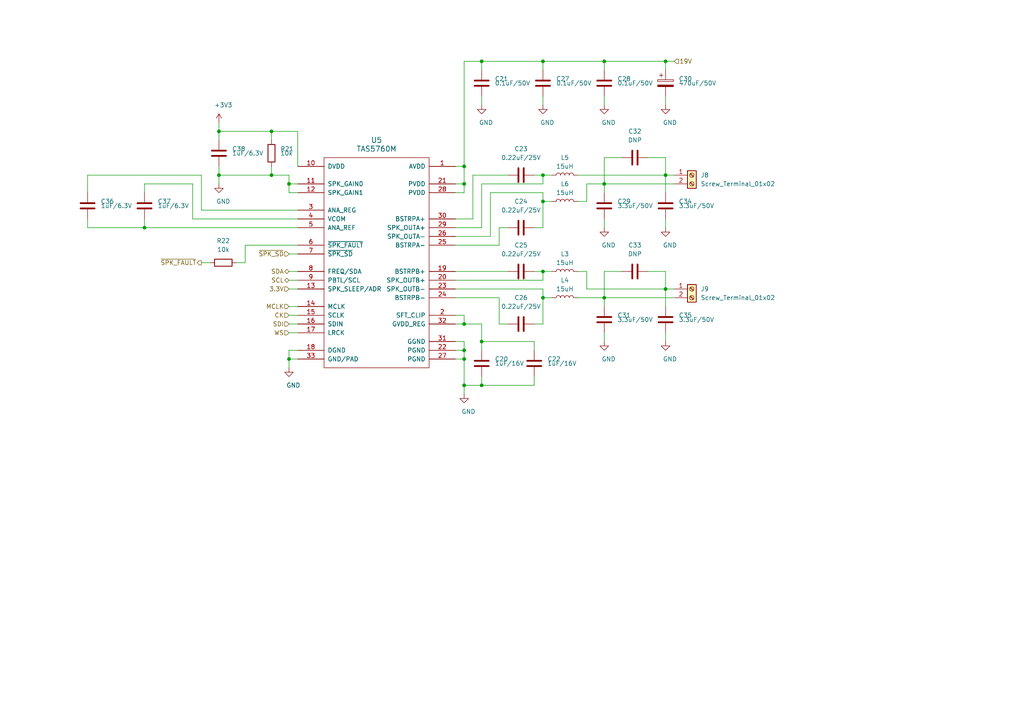
<source format=kicad_sch>
(kicad_sch (version 20201015) (generator eeschema)
  (page 1 7)
  (paper "A4")
  (lib_symbols
    (symbol "Connector:Screw_Terminal_01x02" (pin_names (offset 1.016) hide)
      (property "Reference" "J" (at 0 2.54 0))
      (property "Value" "Screw_Terminal_01x02" (at 0 -5.08 0))
      (symbol "Screw_Terminal_01x02_1_1"
        (circle (center 0 -2.54) (radius 0.635) (stroke (width 0.1524)))
        (circle (center 0 0) (radius 0.635) (stroke (width 0.1524)))
        (rectangle (start -1.27 1.27) (end 1.27 -3.81) (stroke (width 0.254)) (fill (type background)))
        (polyline (pts (xy -0.5334 -2.2098) (xy 0.3302 -3.048)) (stroke (width 0.1524)))
        (polyline (pts (xy -0.5334 0.3302) (xy 0.3302 -0.508)) (stroke (width 0.1524)))
        (polyline (pts (xy -0.3556 -2.032) (xy 0.508 -2.8702)) (stroke (width 0.1524)))
        (polyline (pts (xy -0.3556 0.508) (xy 0.508 -0.3302)) (stroke (width 0.1524)))
        (pin passive line (at -5.08 0 0) (length 3.81) (name "Pin_1") (number "1"))
        (pin passive line (at -5.08 -2.54 0) (length 3.81) (name "Pin_2") (number "2"))
      )
    )
    (symbol "Device:C" (pin_numbers hide) (pin_names (offset 0.254))
      (property "Reference" "C" (at 0.635 2.54 0))
      (property "Value" "C" (at 0.635 -2.54 0))
      (symbol "C_0_1"
        (polyline (pts (xy -2.032 -0.762) (xy 2.032 -0.762)) (stroke (width 0.508)))
        (polyline (pts (xy -2.032 0.762) (xy 2.032 0.762)) (stroke (width 0.508)))
      )
      (symbol "C_1_1"
        (pin passive line (at 0 3.81 270) (length 2.794) (name "~") (number "1"))
        (pin passive line (at 0 -3.81 90) (length 2.794) (name "~") (number "2"))
      )
    )
    (symbol "Device:C_Polarized" (pin_numbers hide) (pin_names (offset 0.254))
      (property "Reference" "C" (at 0.635 2.54 0))
      (property "Value" "C_Polarized" (at 0.635 -2.54 0))
      (symbol "C_Polarized_0_1"
        (rectangle (start -2.286 0.508) (end 2.286 1.016))
        (rectangle (start 2.286 -0.508) (end -2.286 -1.016) (fill (type outline)))
        (polyline (pts (xy -1.778 2.286) (xy -0.762 2.286)))
        (polyline (pts (xy -1.27 2.794) (xy -1.27 1.778)))
      )
      (symbol "C_Polarized_1_1"
        (pin passive line (at 0 3.81 270) (length 2.794) (name "~") (number "1"))
        (pin passive line (at 0 -3.81 90) (length 2.794) (name "~") (number "2"))
      )
    )
    (symbol "Device:L" (pin_numbers hide) (pin_names (offset 1.016) hide)
      (property "Reference" "L" (at -1.27 0 90))
      (property "Value" "L" (at 1.905 0 90))
      (symbol "L_0_1"
        (arc (start 0 -2.54) (end 0 -1.27) (radius (at 0 -1.905) (length 0.635) (angles -89.9 89.9)))
        (arc (start 0 -1.27) (end 0 0) (radius (at 0 -0.635) (length 0.635) (angles -89.9 89.9)))
        (arc (start 0 0) (end 0 1.27) (radius (at 0 0.635) (length 0.635) (angles -89.9 89.9)))
        (arc (start 0 1.27) (end 0 2.54) (radius (at 0 1.905) (length 0.635) (angles -89.9 89.9)))
      )
      (symbol "L_1_1"
        (pin passive line (at 0 3.81 270) (length 1.27) (name "1") (number "1"))
        (pin passive line (at 0 -3.81 90) (length 1.27) (name "2") (number "2"))
      )
    )
    (symbol "Device:R" (pin_numbers hide) (pin_names (offset 0))
      (property "Reference" "R" (at 2.032 0 90))
      (property "Value" "R" (at 0 0 90))
      (symbol "R_0_1"
        (rectangle (start -1.016 -2.54) (end 1.016 2.54) (stroke (width 0.254)))
      )
      (symbol "R_1_1"
        (pin passive line (at 0 3.81 270) (length 1.27) (name "~") (number "1"))
        (pin passive line (at 0 -3.81 90) (length 1.27) (name "~") (number "2"))
      )
    )
    (symbol "HackAmp-Symbols:TAS5760M" (pin_names (offset 1.016))
      (property "Reference" "U" (at -7.62 31.75 0))
      (property "Value" "TAS5760M" (at 5.08 31.75 0))
      (symbol "TAS5760M_1_1"
        (rectangle (start -15.24 -30.48) (end 15.24 30.48))
        (pin power_in line (at 22.86 27.94 180) (length 7.62) (name "AVDD") (number "1"))
        (pin power_in line (at -22.86 27.94 0) (length 7.62) (name "DVDD") (number "10"))
        (pin input line (at -22.86 22.86 0) (length 7.62) (name "SPK_GAIN0") (number "11"))
        (pin input line (at -22.86 20.32 0) (length 7.62) (name "SPK_GAIN1") (number "12"))
        (pin input line (at -22.86 -7.62 0) (length 7.62) (name "SPK_SLEEP/ADR") (number "13"))
        (pin input line (at -22.86 -12.7 0) (length 7.62) (name "MCLK") (number "14"))
        (pin input line (at -22.86 -15.24 0) (length 7.62) (name "SCLK") (number "15"))
        (pin input line (at -22.86 -17.78 0) (length 7.62) (name "SDIN") (number "16"))
        (pin input line (at -22.86 -20.32 0) (length 7.62) (name "LRCK") (number "17"))
        (pin power_in line (at -22.86 -25.4 0) (length 7.62) (name "DGND") (number "18"))
        (pin power_out line (at 22.86 -2.54 180) (length 7.62) (name "BSTRPB+") (number "19"))
        (pin input line (at 22.86 -15.24 180) (length 7.62) (name "SFT_CLIP") (number "2"))
        (pin output line (at 22.86 -5.08 180) (length 7.62) (name "SPK_OUTB+") (number "20"))
        (pin power_in line (at 22.86 22.86 180) (length 7.62) (name "PVDD") (number "21"))
        (pin power_in line (at 22.86 -25.4 180) (length 7.62) (name "PGND") (number "22"))
        (pin output line (at 22.86 -7.62 180) (length 7.62) (name "SPK_OUTB-") (number "23"))
        (pin power_out line (at 22.86 -10.16 180) (length 7.62) (name "BSTRPB-") (number "24"))
        (pin power_out line (at 22.86 5.08 180) (length 7.62) (name "BSTRPA-") (number "25"))
        (pin output line (at 22.86 7.62 180) (length 7.62) (name "SPK_OUTA-") (number "26"))
        (pin power_in line (at 22.86 -27.94 180) (length 7.62) (name "PGND") (number "27"))
        (pin power_in line (at 22.86 20.32 180) (length 7.62) (name "PVDD") (number "28"))
        (pin output line (at 22.86 10.16 180) (length 7.62) (name "SPK_OUTA+") (number "29"))
        (pin power_out line (at -22.86 15.24 0) (length 7.62) (name "ANA_REG") (number "3"))
        (pin power_out line (at 22.86 12.7 180) (length 7.62) (name "BSTRPA+") (number "30"))
        (pin power_in line (at 22.86 -22.86 180) (length 7.62) (name "GGND") (number "31"))
        (pin power_out line (at 22.86 -17.78 180) (length 7.62) (name "GVDD_REG") (number "32"))
        (pin power_out line (at -22.86 -27.94 0) (length 7.62) (name "GND/PAD") (number "33"))
        (pin power_out line (at -22.86 12.7 0) (length 7.62) (name "VCOM") (number "4"))
        (pin power_out line (at -22.86 10.16 0) (length 7.62) (name "ANA_REF") (number "5"))
        (pin output line (at -22.86 5.08 0) (length 7.62) (name "~SPK_FAULT") (number "6"))
        (pin output line (at -22.86 2.54 0) (length 7.62) (name "~SPK_SD") (number "7"))
        (pin input line (at -22.86 -2.54 0) (length 7.62) (name "FREQ/SDA") (number "8"))
        (pin input line (at -22.86 -5.08 0) (length 7.62) (name "PBTL/SCL") (number "9"))
      )
    )
    (symbol "power:+3V3" (power) (pin_names (offset 0))
      (property "Value" "+3V3" (at 0 3.556 0))
      (symbol "+3V3_0_1"
        (polyline (pts (xy -0.762 1.27) (xy 0 2.54)))
        (polyline (pts (xy 0 0) (xy 0 2.54)))
        (polyline (pts (xy 0 2.54) (xy 0.762 1.27)))
      )
      (symbol "+3V3_1_1"
        (pin power_in line (at 0 0 90) (length 0) hide (name "+3V3") (number "1"))
      )
    )
    (symbol "power:GND" (power) (pin_names (offset 0))
      (property "Value" "GND" (at 0 -3.81 0))
      (symbol "GND_0_1"
        (polyline (pts (xy 0 0) (xy 0 -1.27) (xy 1.27 -1.27) (xy 0 -2.54) (xy -1.27 -1.27) (xy 0 -1.27)))
      )
      (symbol "GND_1_1"
        (pin power_in line (at 0 0 270) (length 0) hide (name "GND") (number "1"))
      )
    )
  )
  (junction (at 41.91 66.04) (diameter 0.9144))
  (junction (at 63.5 38.1) (diameter 0.9144))
  (junction (at 63.5 50.8) (diameter 0.9144))
  (junction (at 78.74 38.1) (diameter 0.9144))
  (junction (at 78.74 50.8) (diameter 0.9144))
  (junction (at 83.82 53.34) (diameter 0.9144))
  (junction (at 83.82 104.14) (diameter 0.9144))
  (junction (at 134.62 48.26) (diameter 0.9144))
  (junction (at 134.62 53.34) (diameter 0.9144))
  (junction (at 134.62 93.98) (diameter 0.9144))
  (junction (at 134.62 101.6) (diameter 0.9144))
  (junction (at 134.62 104.14) (diameter 0.9144))
  (junction (at 134.62 111.76) (diameter 0.9144))
  (junction (at 139.7 17.78) (diameter 0.9144))
  (junction (at 139.7 99.06) (diameter 0.9144))
  (junction (at 139.7 111.76) (diameter 0.9144))
  (junction (at 157.48 17.78) (diameter 0.9144))
  (junction (at 157.48 50.8) (diameter 0.9144))
  (junction (at 157.48 58.42) (diameter 0.9144))
  (junction (at 157.48 78.74) (diameter 0.9144))
  (junction (at 157.48 86.36) (diameter 0.9144))
  (junction (at 175.26 17.78) (diameter 0.9144))
  (junction (at 175.26 53.34) (diameter 0.9144))
  (junction (at 175.26 86.36) (diameter 0.9144))
  (junction (at 193.04 17.78) (diameter 0.9144))
  (junction (at 193.04 50.8) (diameter 0.9144))
  (junction (at 193.04 83.82) (diameter 0.9144))
  (wire (pts (xy 25.4 50.8) (xy 25.4 55.88)))
  (wire (pts (xy 25.4 63.5) (xy 25.4 66.04)))
  (wire (pts (xy 25.4 66.04) (xy 41.91 66.04)))
  (wire (pts (xy 41.91 53.34) (xy 41.91 55.88)))
  (wire (pts (xy 41.91 53.34) (xy 55.88 53.34)))
  (wire (pts (xy 41.91 63.5) (xy 41.91 66.04)))
  (wire (pts (xy 41.91 66.04) (xy 86.36 66.04)))
  (wire (pts (xy 55.88 53.34) (xy 55.88 63.5)))
  (wire (pts (xy 55.88 63.5) (xy 86.36 63.5)))
  (wire (pts (xy 58.42 50.8) (xy 25.4 50.8)))
  (wire (pts (xy 58.42 60.96) (xy 58.42 50.8)))
  (wire (pts (xy 58.42 76.2) (xy 60.96 76.2)))
  (wire (pts (xy 63.5 35.56) (xy 63.5 38.1)))
  (wire (pts (xy 63.5 38.1) (xy 63.5 40.64)))
  (wire (pts (xy 63.5 38.1) (xy 78.74 38.1)))
  (wire (pts (xy 63.5 50.8) (xy 63.5 48.26)))
  (wire (pts (xy 63.5 50.8) (xy 63.5 53.34)))
  (wire (pts (xy 63.5 50.8) (xy 78.74 50.8)))
  (wire (pts (xy 71.12 71.12) (xy 71.12 76.2)))
  (wire (pts (xy 71.12 76.2) (xy 68.58 76.2)))
  (wire (pts (xy 78.74 38.1) (xy 78.74 40.64)))
  (wire (pts (xy 78.74 50.8) (xy 78.74 48.26)))
  (wire (pts (xy 83.82 50.8) (xy 78.74 50.8)))
  (wire (pts (xy 83.82 50.8) (xy 83.82 53.34)))
  (wire (pts (xy 83.82 53.34) (xy 83.82 55.88)))
  (wire (pts (xy 83.82 55.88) (xy 86.36 55.88)))
  (wire (pts (xy 83.82 73.66) (xy 86.36 73.66)))
  (wire (pts (xy 83.82 78.74) (xy 86.36 78.74)))
  (wire (pts (xy 83.82 81.28) (xy 86.36 81.28)))
  (wire (pts (xy 83.82 83.82) (xy 86.36 83.82)))
  (wire (pts (xy 83.82 88.9) (xy 86.36 88.9)))
  (wire (pts (xy 83.82 91.44) (xy 86.36 91.44)))
  (wire (pts (xy 83.82 93.98) (xy 86.36 93.98)))
  (wire (pts (xy 83.82 96.52) (xy 86.36 96.52)))
  (wire (pts (xy 83.82 101.6) (xy 83.82 104.14)))
  (wire (pts (xy 83.82 104.14) (xy 83.82 106.68)))
  (wire (pts (xy 83.82 104.14) (xy 86.36 104.14)))
  (wire (pts (xy 86.36 38.1) (xy 78.74 38.1)))
  (wire (pts (xy 86.36 48.26) (xy 86.36 38.1)))
  (wire (pts (xy 86.36 53.34) (xy 83.82 53.34)))
  (wire (pts (xy 86.36 60.96) (xy 58.42 60.96)))
  (wire (pts (xy 86.36 71.12) (xy 71.12 71.12)))
  (wire (pts (xy 86.36 101.6) (xy 83.82 101.6)))
  (wire (pts (xy 132.08 48.26) (xy 134.62 48.26)))
  (wire (pts (xy 132.08 53.34) (xy 134.62 53.34)))
  (wire (pts (xy 132.08 55.88) (xy 134.62 55.88)))
  (wire (pts (xy 132.08 68.58) (xy 142.24 68.58)))
  (wire (pts (xy 132.08 78.74) (xy 147.32 78.74)))
  (wire (pts (xy 132.08 83.82) (xy 157.48 83.82)))
  (wire (pts (xy 132.08 91.44) (xy 134.62 91.44)))
  (wire (pts (xy 132.08 93.98) (xy 134.62 93.98)))
  (wire (pts (xy 132.08 99.06) (xy 134.62 99.06)))
  (wire (pts (xy 132.08 101.6) (xy 134.62 101.6)))
  (wire (pts (xy 134.62 17.78) (xy 134.62 48.26)))
  (wire (pts (xy 134.62 17.78) (xy 139.7 17.78)))
  (wire (pts (xy 134.62 53.34) (xy 134.62 48.26)))
  (wire (pts (xy 134.62 55.88) (xy 134.62 53.34)))
  (wire (pts (xy 134.62 91.44) (xy 134.62 93.98)))
  (wire (pts (xy 134.62 99.06) (xy 134.62 101.6)))
  (wire (pts (xy 134.62 101.6) (xy 134.62 104.14)))
  (wire (pts (xy 134.62 104.14) (xy 132.08 104.14)))
  (wire (pts (xy 134.62 111.76) (xy 134.62 104.14)))
  (wire (pts (xy 134.62 111.76) (xy 134.62 114.3)))
  (wire (pts (xy 137.16 50.8) (xy 137.16 63.5)))
  (wire (pts (xy 137.16 63.5) (xy 132.08 63.5)))
  (wire (pts (xy 139.7 17.78) (xy 139.7 20.32)))
  (wire (pts (xy 139.7 27.94) (xy 139.7 30.48)))
  (wire (pts (xy 139.7 53.34) (xy 139.7 66.04)))
  (wire (pts (xy 139.7 66.04) (xy 132.08 66.04)))
  (wire (pts (xy 139.7 93.98) (xy 134.62 93.98)))
  (wire (pts (xy 139.7 99.06) (xy 139.7 93.98)))
  (wire (pts (xy 139.7 99.06) (xy 139.7 101.6)))
  (wire (pts (xy 139.7 99.06) (xy 154.94 99.06)))
  (wire (pts (xy 139.7 109.22) (xy 139.7 111.76)))
  (wire (pts (xy 139.7 111.76) (xy 134.62 111.76)))
  (wire (pts (xy 139.7 111.76) (xy 154.94 111.76)))
  (wire (pts (xy 142.24 55.88) (xy 157.48 55.88)))
  (wire (pts (xy 142.24 68.58) (xy 142.24 55.88)))
  (wire (pts (xy 144.78 66.04) (xy 144.78 71.12)))
  (wire (pts (xy 144.78 71.12) (xy 132.08 71.12)))
  (wire (pts (xy 144.78 86.36) (xy 132.08 86.36)))
  (wire (pts (xy 144.78 93.98) (xy 144.78 86.36)))
  (wire (pts (xy 147.32 50.8) (xy 137.16 50.8)))
  (wire (pts (xy 147.32 66.04) (xy 144.78 66.04)))
  (wire (pts (xy 147.32 93.98) (xy 144.78 93.98)))
  (wire (pts (xy 154.94 50.8) (xy 157.48 50.8)))
  (wire (pts (xy 154.94 78.74) (xy 157.48 78.74)))
  (wire (pts (xy 154.94 99.06) (xy 154.94 101.6)))
  (wire (pts (xy 154.94 111.76) (xy 154.94 109.22)))
  (wire (pts (xy 157.48 17.78) (xy 139.7 17.78)))
  (wire (pts (xy 157.48 17.78) (xy 175.26 17.78)))
  (wire (pts (xy 157.48 20.32) (xy 157.48 17.78)))
  (wire (pts (xy 157.48 27.94) (xy 157.48 30.48)))
  (wire (pts (xy 157.48 50.8) (xy 157.48 53.34)))
  (wire (pts (xy 157.48 50.8) (xy 160.02 50.8)))
  (wire (pts (xy 157.48 53.34) (xy 139.7 53.34)))
  (wire (pts (xy 157.48 55.88) (xy 157.48 58.42)))
  (wire (pts (xy 157.48 58.42) (xy 157.48 66.04)))
  (wire (pts (xy 157.48 58.42) (xy 160.02 58.42)))
  (wire (pts (xy 157.48 66.04) (xy 154.94 66.04)))
  (wire (pts (xy 157.48 78.74) (xy 157.48 81.28)))
  (wire (pts (xy 157.48 78.74) (xy 160.02 78.74)))
  (wire (pts (xy 157.48 81.28) (xy 132.08 81.28)))
  (wire (pts (xy 157.48 83.82) (xy 157.48 86.36)))
  (wire (pts (xy 157.48 86.36) (xy 157.48 93.98)))
  (wire (pts (xy 157.48 86.36) (xy 160.02 86.36)))
  (wire (pts (xy 157.48 93.98) (xy 154.94 93.98)))
  (wire (pts (xy 167.64 50.8) (xy 193.04 50.8)))
  (wire (pts (xy 167.64 58.42) (xy 170.18 58.42)))
  (wire (pts (xy 167.64 86.36) (xy 175.26 86.36)))
  (wire (pts (xy 170.18 53.34) (xy 175.26 53.34)))
  (wire (pts (xy 170.18 58.42) (xy 170.18 53.34)))
  (wire (pts (xy 170.18 78.74) (xy 167.64 78.74)))
  (wire (pts (xy 170.18 83.82) (xy 170.18 78.74)))
  (wire (pts (xy 175.26 17.78) (xy 175.26 20.32)))
  (wire (pts (xy 175.26 17.78) (xy 193.04 17.78)))
  (wire (pts (xy 175.26 27.94) (xy 175.26 30.48)))
  (wire (pts (xy 175.26 45.72) (xy 180.34 45.72)))
  (wire (pts (xy 175.26 53.34) (xy 175.26 45.72)))
  (wire (pts (xy 175.26 53.34) (xy 175.26 55.88)))
  (wire (pts (xy 175.26 53.34) (xy 195.58 53.34)))
  (wire (pts (xy 175.26 63.5) (xy 175.26 66.04)))
  (wire (pts (xy 175.26 78.74) (xy 175.26 86.36)))
  (wire (pts (xy 175.26 86.36) (xy 175.26 88.9)))
  (wire (pts (xy 175.26 86.36) (xy 195.58 86.36)))
  (wire (pts (xy 175.26 96.52) (xy 175.26 99.06)))
  (wire (pts (xy 180.34 78.74) (xy 175.26 78.74)))
  (wire (pts (xy 187.96 45.72) (xy 193.04 45.72)))
  (wire (pts (xy 187.96 78.74) (xy 193.04 78.74)))
  (wire (pts (xy 193.04 17.78) (xy 193.04 20.32)))
  (wire (pts (xy 193.04 17.78) (xy 195.58 17.78)))
  (wire (pts (xy 193.04 27.94) (xy 193.04 30.48)))
  (wire (pts (xy 193.04 45.72) (xy 193.04 50.8)))
  (wire (pts (xy 193.04 50.8) (xy 193.04 55.88)))
  (wire (pts (xy 193.04 50.8) (xy 195.58 50.8)))
  (wire (pts (xy 193.04 63.5) (xy 193.04 66.04)))
  (wire (pts (xy 193.04 78.74) (xy 193.04 83.82)))
  (wire (pts (xy 193.04 83.82) (xy 170.18 83.82)))
  (wire (pts (xy 193.04 83.82) (xy 193.04 88.9)))
  (wire (pts (xy 193.04 96.52) (xy 193.04 99.06)))
  (wire (pts (xy 195.58 83.82) (xy 193.04 83.82)))
  (hierarchical_label "~SPK_FAULT" (shape output) (at 58.42 76.2 180))
  (hierarchical_label "~SPK_SD" (shape input) (at 83.82 73.66 180))
  (hierarchical_label "SDA" (shape bidirectional) (at 83.82 78.74 180))
  (hierarchical_label "SCL" (shape bidirectional) (at 83.82 81.28 180))
  (hierarchical_label "3.3V" (shape input) (at 83.82 83.82 180))
  (hierarchical_label "MCLK" (shape input) (at 83.82 88.9 180))
  (hierarchical_label "CK" (shape input) (at 83.82 91.44 180))
  (hierarchical_label "SDI" (shape input) (at 83.82 93.98 180))
  (hierarchical_label "WS" (shape input) (at 83.82 96.52 180))
  (hierarchical_label "19V" (shape input) (at 195.58 17.78 0))
  (symbol (lib_id "power:+3V3") (at 63.5 35.56 0) (unit 1)
    (property "Reference" "#PWR0139" (effects hide))
    (property "Value" "+3V3" (at 64.77 30.48 0))
  )
  (symbol (lib_id "Device:L") (at 163.83 50.8 90) (unit 1)
    (property "Reference" "L5" (at 163.83 45.72 90))
    (property "Value" "15uH" (at 163.83 48.26 90))
    (property "Footprint" "HackAmp-Footprints:L_Bourns_SRR1208" (effects hide))
    (property "Part Name" "Bourns SRR1208-150ML" (effects hide))
  )
  (symbol (lib_id "Device:L") (at 163.83 58.42 90) (unit 1)
    (property "Reference" "L6" (at 163.83 53.34 90))
    (property "Value" "15uH" (at 163.83 55.88 90))
    (property "Footprint" "HackAmp-Footprints:L_Bourns_SRR1208" (effects hide))
    (property "Part Name" "Bourns SRR1208-150ML" (effects hide))
  )
  (symbol (lib_id "Device:L") (at 163.83 78.74 90) (unit 1)
    (property "Reference" "L3" (at 163.83 73.66 90))
    (property "Value" "15uH" (at 163.83 76.2 90))
    (property "Footprint" "HackAmp-Footprints:L_Bourns_SRR1208" (effects hide))
    (property "Part Name" "Bourns SRR1208-150ML" (effects hide))
  )
  (symbol (lib_id "Device:L") (at 163.83 86.36 90) (unit 1)
    (property "Reference" "L4" (at 163.83 81.28 90))
    (property "Value" "15uH" (at 163.83 83.82 90))
    (property "Footprint" "HackAmp-Footprints:L_Bourns_SRR1208" (effects hide))
    (property "Part Name" "Bourns SRR1208-150ML" (effects hide))
  )
  (symbol (lib_id "power:GND") (at 63.5 53.34 0) (unit 1)
    (property "Reference" "#PWR0138" (effects hide))
    (property "Value" "GND" (at 64.77 58.42 0))
  )
  (symbol (lib_id "power:GND") (at 83.82 106.68 0) (unit 1)
    (property "Reference" "#PWR0137" (effects hide))
    (property "Value" "GND" (at 85.09 111.76 0))
  )
  (symbol (lib_id "power:GND") (at 134.62 114.3 0) (unit 1)
    (property "Reference" "#PWR0131" (effects hide))
    (property "Value" "GND" (at 135.89 119.38 0))
  )
  (symbol (lib_id "power:GND") (at 139.7 30.48 0) (unit 1)
    (property "Reference" "#PWR0133" (effects hide))
    (property "Value" "GND" (at 140.97 35.56 0))
  )
  (symbol (lib_id "power:GND") (at 157.48 30.48 0) (unit 1)
    (property "Reference" "#PWR0132" (effects hide))
    (property "Value" "GND" (at 158.75 35.56 0))
  )
  (symbol (lib_id "power:GND") (at 175.26 30.48 0) (unit 1)
    (property "Reference" "#PWR0129" (effects hide))
    (property "Value" "GND" (at 176.53 35.56 0))
  )
  (symbol (lib_id "power:GND") (at 175.26 66.04 0) (unit 1)
    (property "Reference" "#PWR0130" (effects hide))
    (property "Value" "GND" (at 176.53 71.12 0))
  )
  (symbol (lib_id "power:GND") (at 175.26 99.06 0) (unit 1)
    (property "Reference" "#PWR0136" (effects hide))
    (property "Value" "GND" (at 176.53 104.14 0))
  )
  (symbol (lib_id "power:GND") (at 193.04 30.48 0) (unit 1)
    (property "Reference" "#PWR0128" (effects hide))
    (property "Value" "GND" (at 194.31 35.56 0))
  )
  (symbol (lib_id "power:GND") (at 193.04 66.04 0) (unit 1)
    (property "Reference" "#PWR0134" (effects hide))
    (property "Value" "GND" (at 194.31 71.12 0))
  )
  (symbol (lib_id "power:GND") (at 193.04 99.06 0) (unit 1)
    (property "Reference" "#PWR0135" (effects hide))
    (property "Value" "GND" (at 194.31 104.14 0))
  )
  (symbol (lib_id "Device:R") (at 64.77 76.2 270) (mirror x) (unit 1)
    (property "Reference" "R22" (at 64.77 69.85 90))
    (property "Value" "10k" (at 64.77 72.39 90))
    (property "Footprint" "Resistor_SMD:R_0603_1608Metric" (effects hide))
  )
  (symbol (lib_id "Device:R") (at 78.74 44.45 0) (mirror y) (unit 1)
    (property "Reference" "R21" (at 81.28 43.18 0) (effects (justify right)))
    (property "Value" "10k" (at 81.28 44.45 0) (effects (justify right)))
    (property "Footprint" "Resistor_SMD:R_0603_1608Metric" (effects hide))
  )
  (symbol (lib_id "Connector:Screw_Terminal_01x02") (at 200.66 50.8 0) (unit 1)
    (property "Reference" "J8" (at 203.2 50.8 0) (effects (justify left)))
    (property "Value" "Screw_Terminal_01x02" (at 203.2 53.34 0) (effects (justify left)))
    (property "Footprint" "HackAmp-Footprints:TE_796638-2_1x02_P5.08mm_Horizontal" (effects hide))
  )
  (symbol (lib_id "Connector:Screw_Terminal_01x02") (at 200.66 83.82 0) (unit 1)
    (property "Reference" "J9" (at 203.2 83.82 0) (effects (justify left)))
    (property "Value" "Screw_Terminal_01x02" (at 203.2 86.36 0) (effects (justify left)))
    (property "Footprint" "HackAmp-Footprints:TE_796638-2_1x02_P5.08mm_Horizontal" (effects hide))
  )
  (symbol (lib_id "Device:C") (at 25.4 59.69 0) (unit 1)
    (property "Reference" "C36" (at 29.21 58.42 0) (effects (justify left)))
    (property "Value" "1uF/6.3V" (at 29.21 59.69 0) (effects (justify left)))
    (property "Footprint" "Capacitor_SMD:C_0603_1608Metric" (effects hide))
  )
  (symbol (lib_id "Device:C") (at 41.91 59.69 0) (unit 1)
    (property "Reference" "C37" (at 45.72 58.42 0) (effects (justify left)))
    (property "Value" "1uF/6.3V" (at 45.72 59.69 0) (effects (justify left)))
    (property "Footprint" "Capacitor_SMD:C_0603_1608Metric" (effects hide))
  )
  (symbol (lib_id "Device:C") (at 63.5 44.45 180) (unit 1)
    (property "Reference" "C38" (at 67.31 43.18 0) (effects (justify right)))
    (property "Value" "1uF/6.3V" (at 67.31 44.45 0) (effects (justify right)))
    (property "Footprint" "Capacitor_SMD:C_0603_1608Metric" (effects hide))
  )
  (symbol (lib_id "Device:C") (at 139.7 24.13 0) (unit 1)
    (property "Reference" "C21" (at 143.51 22.86 0) (effects (justify left)))
    (property "Value" "0.1uF/50V" (at 143.51 24.13 0) (effects (justify left)))
    (property "Footprint" "Capacitor_SMD:C_0603_1608Metric" (effects hide))
  )
  (symbol (lib_id "Device:C") (at 139.7 105.41 0) (unit 1)
    (property "Reference" "C20" (at 143.51 104.14 0) (effects (justify left)))
    (property "Value" "1uF/16V" (at 143.51 105.41 0) (effects (justify left)))
    (property "Footprint" "Capacitor_SMD:C_0603_1608Metric" (effects hide))
  )
  (symbol (lib_id "Device:C") (at 151.13 50.8 90) (unit 1)
    (property "Reference" "C23" (at 151.13 43.18 90))
    (property "Value" "0.22uF/25V" (at 151.13 45.72 90))
    (property "Footprint" "Capacitor_SMD:C_0805_2012Metric" (effects hide))
  )
  (symbol (lib_id "Device:C") (at 151.13 66.04 90) (unit 1)
    (property "Reference" "C24" (at 151.13 58.42 90))
    (property "Value" "0.22uF/25V" (at 151.13 60.96 90))
    (property "Footprint" "Capacitor_SMD:C_0805_2012Metric" (effects hide))
  )
  (symbol (lib_id "Device:C") (at 151.13 78.74 90) (unit 1)
    (property "Reference" "C25" (at 151.13 71.12 90))
    (property "Value" "0.22uF/25V" (at 151.13 73.66 90))
    (property "Footprint" "Capacitor_SMD:C_0805_2012Metric" (effects hide))
  )
  (symbol (lib_id "Device:C") (at 151.13 93.98 90) (unit 1)
    (property "Reference" "C26" (at 151.13 86.36 90))
    (property "Value" "0.22uF/25V" (at 151.13 88.9 90))
    (property "Footprint" "Capacitor_SMD:C_0805_2012Metric" (effects hide))
  )
  (symbol (lib_id "Device:C") (at 154.94 105.41 0) (unit 1)
    (property "Reference" "C22" (at 158.75 104.14 0) (effects (justify left)))
    (property "Value" "1uF/16V" (at 158.75 105.41 0) (effects (justify left)))
    (property "Footprint" "Capacitor_SMD:C_0603_1608Metric" (effects hide))
  )
  (symbol (lib_id "Device:C") (at 157.48 24.13 0) (unit 1)
    (property "Reference" "C27" (at 161.29 22.86 0) (effects (justify left)))
    (property "Value" "0.1uF/50V" (at 161.29 24.13 0) (effects (justify left)))
    (property "Footprint" "Capacitor_SMD:C_0603_1608Metric" (effects hide))
  )
  (symbol (lib_id "Device:C") (at 175.26 24.13 0) (unit 1)
    (property "Reference" "C28" (at 179.07 22.86 0) (effects (justify left)))
    (property "Value" "0.1uF/50V" (at 179.07 24.13 0) (effects (justify left)))
    (property "Footprint" "Capacitor_SMD:C_0603_1608Metric" (effects hide))
  )
  (symbol (lib_id "Device:C") (at 175.26 59.69 0) (unit 1)
    (property "Reference" "C29" (at 179.07 58.42 0) (effects (justify left)))
    (property "Value" "3.3uF/50V" (at 179.07 59.69 0) (effects (justify left)))
    (property "Footprint" "Capacitor_SMD:C_0805_2012Metric" (effects hide))
    (property "Part Name" "TDK C2012X5R1H335K125AB" (effects hide))
  )
  (symbol (lib_id "Device:C") (at 175.26 92.71 0) (unit 1)
    (property "Reference" "C31" (at 179.07 91.44 0) (effects (justify left)))
    (property "Value" "3.3uF/50V" (at 179.07 92.71 0) (effects (justify left)))
    (property "Footprint" "Capacitor_SMD:C_0805_2012Metric" (effects hide))
    (property "Part Name" "TDK C2012X5R1H335K125AB" (effects hide))
  )
  (symbol (lib_id "Device:C") (at 184.15 45.72 270) (unit 1)
    (property "Reference" "C32" (at 184.15 38.1 90))
    (property "Value" "DNP" (at 184.15 40.64 90))
    (property "Footprint" "Capacitor_THT:C_Rect_L10.3mm_W4.5mm_P7.50mm_MKS4" (effects hide))
  )
  (symbol (lib_id "Device:C") (at 184.15 78.74 270) (unit 1)
    (property "Reference" "C33" (at 184.15 71.12 90))
    (property "Value" "DNP" (at 184.15 73.66 90))
    (property "Footprint" "Capacitor_THT:C_Rect_L10.3mm_W4.5mm_P7.50mm_MKS4" (effects hide))
  )
  (symbol (lib_id "Device:C_Polarized") (at 193.04 24.13 0) (unit 1)
    (property "Reference" "C30" (at 196.85 22.86 0) (effects (justify left)))
    (property "Value" "470uF/50V" (at 196.85 24.13 0) (effects (justify left)))
    (property "Footprint" "Capacitor_SMD:CP_Elec_16x17.5" (effects hide))
    (property "Part Name" "Nichicon UCD1J471MNQ1MS" (effects hide))
  )
  (symbol (lib_id "Device:C") (at 193.04 59.69 0) (unit 1)
    (property "Reference" "C34" (at 196.85 58.42 0) (effects (justify left)))
    (property "Value" "3.3uF/50V" (at 196.85 59.69 0) (effects (justify left)))
    (property "Footprint" "Capacitor_SMD:C_0805_2012Metric" (effects hide))
    (property "Part Name" "TDK C2012X5R1H335K125AB" (effects hide))
  )
  (symbol (lib_id "Device:C") (at 193.04 92.71 0) (unit 1)
    (property "Reference" "C35" (at 196.85 91.44 0) (effects (justify left)))
    (property "Value" "3.3uF/50V" (at 196.85 92.71 0) (effects (justify left)))
    (property "Footprint" "Capacitor_SMD:C_0805_2012Metric" (effects hide))
    (property "Part Name" "TDK C2012X5R1H335K125AB" (effects hide))
  )
  (symbol (lib_id "HackAmp-Symbols:TAS5760M") (at 109.22 76.2 0) (unit 1)
    (property "Reference" "U5" (at 109.22 40.64 0) (effects (font (size 1.524 1.524))))
    (property "Value" "TAS5760M" (at 109.22 43.18 0) (effects (font (size 1.524 1.524))))
    (property "Footprint" "HackAmp-Footprints:TexasInstruments_DAP32" (effects hide))
    (property "Datasheet" "https://www.ti.com/lit/ds/symlink/tas5760m.pdf" (effects hide))
  )
)
</source>
